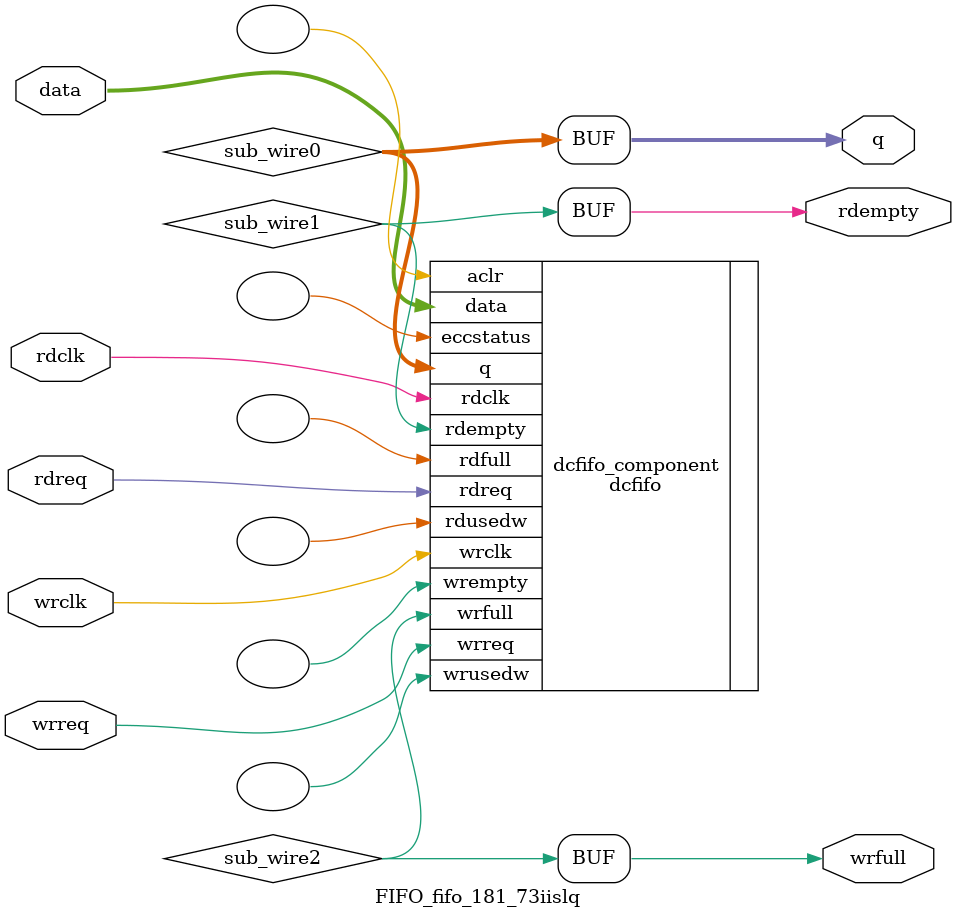
<source format=v>



`timescale 1 ps / 1 ps
// synopsys translate_on
module  FIFO_fifo_181_73iislq  (
    data,
    rdclk,
    rdreq,
    wrclk,
    wrreq,
    q,
    rdempty,
    wrfull);

    input  [56:0]  data;
    input    rdclk;
    input    rdreq;
    input    wrclk;
    input    wrreq;
    output [56:0]  q;
    output   rdempty;
    output   wrfull;

    wire [56:0] sub_wire0;
    wire  sub_wire1;
    wire  sub_wire2;
    wire [56:0] q = sub_wire0[56:0];
    wire  rdempty = sub_wire1;
    wire  wrfull = sub_wire2;

    dcfifo  dcfifo_component (
                .data (data),
                .rdclk (rdclk),
                .rdreq (rdreq),
                .wrclk (wrclk),
                .wrreq (wrreq),
                .q (sub_wire0),
                .rdempty (sub_wire1),
                .wrfull (sub_wire2),
                .aclr (),
                .eccstatus (),
                .rdfull (),
                .rdusedw (),
                .wrempty (),
                .wrusedw ());
    defparam
        dcfifo_component.enable_ecc  = "FALSE",
        dcfifo_component.intended_device_family  = "Cyclone 10 GX",
        dcfifo_component.lpm_hint  = "DISABLE_DCFIFO_EMBEDDED_TIMING_CONSTRAINT=TRUE",
        dcfifo_component.lpm_numwords  = 256,
        dcfifo_component.lpm_showahead  = "OFF",
        dcfifo_component.lpm_type  = "dcfifo",
        dcfifo_component.lpm_width  = 57,
        dcfifo_component.lpm_widthu  = 8,
        dcfifo_component.overflow_checking  = "ON",
        dcfifo_component.rdsync_delaypipe  = 4,
        dcfifo_component.underflow_checking  = "ON",
        dcfifo_component.use_eab  = "ON",
        dcfifo_component.wrsync_delaypipe  = 4;


endmodule



</source>
